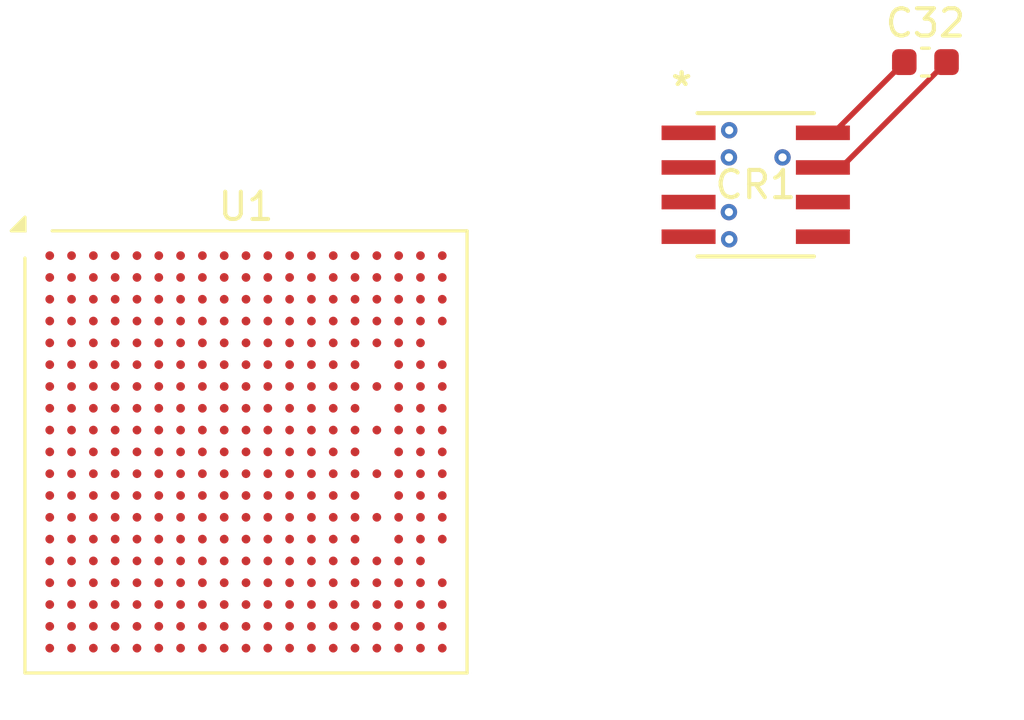
<source format=kicad_pcb>
(kicad_pcb (version 20241229) (generator "pcbnew") (generator_version "9.0")
  (layers (0 "F.Cu" signal) (2 "B.Cu" signal) (13 "F.Paste" user) (15 "B.Paste" user) (5 "F.SilkS" user "F.Silkscreen") (7 "B.SilkS" user "B.Silkscreen") (1 "F.Mask" user) (3 "B.Mask" user) (25 "Edge.Cuts" user))
  (net 0 "")
  (net 1 "+3V3")
  (net 2 "GND")
  (net 3 "/eeprom/I2C.SCL")
  (net 4 "/eeprom/I2C.SDA")
  (net 12 "Net-(U1-VSS-PadA1)")
  (net 38 "Net-(U1-VSS_USBHS-PadU13)")
  (net 79 "Net-(U1-VSSA-PadN4)")
  (footprint "Package_BGA:ST_LFBGA-354_16x16mm_Layout19x19_P0.8mm" (layer "F.Cu") (at 195.8 54.8)
    (property "Reference" "U1" (at 0 -9 0) (layer "F.SilkS"))
    (property "Value" "STM32MP151AABx")
    (fp_line (start -8.11 8.11) (end -8.11 -7.11) (stroke (width 0.12)) (layer "F.SilkS"))
    (fp_line (start -7.11 -8.11) (end 8.11 -8.11) (stroke (width 0.12)) (layer "F.SilkS"))
    (fp_line (start 8.11 -8.11) (end 8.11 8.11) (stroke (width 0.12)) (layer "F.SilkS"))
    (fp_line (start 8.11 8.11) (end -8.11 8.11) (stroke (width 0.12)) (layer "F.SilkS"))
    (fp_poly (pts (xy -8.11 -8.11) (xy -8.61 -8.11) (xy -8.11 -8.61)) (stroke (width 0.12)) (fill yes) (layer "F.SilkS"))
    (pad "A1" smd circle (at -7.2 -7.2) (size 0.32 0.32) (property pad_prop_bga) (layers "F.Cu" "F.Mask" "F.Paste") (net 12 "Net-(U1-VSS-PadA1)"))
    (pad "A2" smd circle (at -6.4 -7.2) (size 0.32 0.32) (property pad_prop_bga) (layers "F.Cu" "F.Mask" "F.Paste"))
    (pad "A3" smd circle (at -5.6 -7.2) (size 0.32 0.32) (property pad_prop_bga) (layers "F.Cu" "F.Mask" "F.Paste"))
    (pad "A4" smd circle (at -4.8 -7.2) (size 0.32 0.32) (property pad_prop_bga) (layers "F.Cu" "F.Mask" "F.Paste"))
    (pad "A5" smd circle (at -4 -7.2) (size 0.32 0.32) (property pad_prop_bga) (layers "F.Cu" "F.Mask" "F.Paste"))
    (pad "A6" smd circle (at -3.2 -7.2) (size 0.32 0.32) (property pad_prop_bga) (layers "F.Cu" "F.Mask" "F.Paste"))
    (pad "A7" smd circle (at -2.4 -7.2) (size 0.32 0.32) (property pad_prop_bga) (layers "F.Cu" "F.Mask" "F.Paste"))
    (pad "A8" smd circle (at -1.6 -7.2) (size 0.32 0.32) (property pad_prop_bga) (layers "F.Cu" "F.Mask" "F.Paste"))
    (pad "A9" smd circle (at -0.8 -7.2) (size 0.32 0.32) (property pad_prop_bga) (layers "F.Cu" "F.Mask" "F.Paste"))
    (pad "A10" smd circle (at 0 -7.2) (size 0.32 0.32) (property pad_prop_bga) (layers "F.Cu" "F.Mask" "F.Paste"))
    (pad "A11" smd circle (at 0.8 -7.2) (size 0.32 0.32) (property pad_prop_bga) (layers "F.Cu" "F.Mask" "F.Paste"))
    (pad "A12" smd circle (at 1.6 -7.2) (size 0.32 0.32) (property pad_prop_bga) (layers "F.Cu" "F.Mask" "F.Paste"))
    (pad "A13" smd circle (at 2.4 -7.2) (size 0.32 0.32) (property pad_prop_bga) (layers "F.Cu" "F.Mask" "F.Paste"))
    (pad "A14" smd circle (at 3.2 -7.2) (size 0.32 0.32) (property pad_prop_bga) (layers "F.Cu" "F.Mask" "F.Paste"))
    (pad "A15" smd circle (at 4 -7.2) (size 0.32 0.32) (property pad_prop_bga) (layers "F.Cu" "F.Mask" "F.Paste"))
    (pad "A16" smd circle (at 4.8 -7.2) (size 0.32 0.32) (property pad_prop_bga) (layers "F.Cu" "F.Mask" "F.Paste"))
    (pad "A17" smd circle (at 5.6 -7.2) (size 0.32 0.32) (property pad_prop_bga) (layers "F.Cu" "F.Mask" "F.Paste"))
    (pad "A18" smd circle (at 6.4 -7.2) (size 0.32 0.32) (property pad_prop_bga) (layers "F.Cu" "F.Mask" "F.Paste"))
    (pad "A19" smd circle (at 7.2 -7.2) (size 0.32 0.32) (property pad_prop_bga) (layers "F.Cu" "F.Mask" "F.Paste") (net 12 "Net-(U1-VSS-PadA1)"))
    (pad "B1" smd circle (at -7.2 -6.4) (size 0.32 0.32) (property pad_prop_bga) (layers "F.Cu" "F.Mask" "F.Paste"))
    (pad "B2" smd circle (at -6.4 -6.4) (size 0.32 0.32) (property pad_prop_bga) (layers "F.Cu" "F.Mask" "F.Paste") (net 12 "Net-(U1-VSS-PadA1)"))
    (pad "B3" smd circle (at -5.6 -6.4) (size 0.32 0.32) (property pad_prop_bga) (layers "F.Cu" "F.Mask" "F.Paste"))
    (pad "B4" smd circle (at -4.8 -6.4) (size 0.32 0.32) (property pad_prop_bga) (layers "F.Cu" "F.Mask" "F.Paste"))
    (pad "B5" smd circle (at -4 -6.4) (size 0.32 0.32) (property pad_prop_bga) (layers "F.Cu" "F.Mask" "F.Paste"))
    (pad "B6" smd circle (at -3.2 -6.4) (size 0.32 0.32) (property pad_prop_bga) (layers "F.Cu" "F.Mask" "F.Paste") (net 12 "Net-(U1-VSS-PadA1)"))
    (pad "B7" smd circle (at -2.4 -6.4) (size 0.32 0.32) (property pad_prop_bga) (layers "F.Cu" "F.Mask" "F.Paste"))
    (pad "B8" smd circle (at -1.6 -6.4) (size 0.32 0.32) (property pad_prop_bga) (layers "F.Cu" "F.Mask" "F.Paste"))
    (pad "B9" smd circle (at -0.8 -6.4) (size 0.32 0.32) (property pad_prop_bga) (layers "F.Cu" "F.Mask" "F.Paste"))
    (pad "B10" smd circle (at 0 -6.4) (size 0.32 0.32) (property pad_prop_bga) (layers "F.Cu" "F.Mask" "F.Paste"))
    (pad "B11" smd circle (at 0.8 -6.4) (size 0.32 0.32) (property pad_prop_bga) (layers "F.Cu" "F.Mask" "F.Paste"))
    (pad "B12" smd circle (at 1.6 -6.4) (size 0.32 0.32) (property pad_prop_bga) (layers "F.Cu" "F.Mask" "F.Paste"))
    (pad "B13" smd circle (at 2.4 -6.4) (size 0.32 0.32) (property pad_prop_bga) (layers "F.Cu" "F.Mask" "F.Paste"))
    (pad "B14" smd circle (at 3.2 -6.4) (size 0.32 0.32) (property pad_prop_bga) (layers "F.Cu" "F.Mask" "F.Paste"))
    (pad "B15" smd circle (at 4 -6.4) (size 0.32 0.32) (property pad_prop_bga) (layers "F.Cu" "F.Mask" "F.Paste"))
    (pad "B16" smd circle (at 4.8 -6.4) (size 0.32 0.32) (property pad_prop_bga) (layers "F.Cu" "F.Mask" "F.Paste"))
    (pad "B17" smd circle (at 5.6 -6.4) (size 0.32 0.32) (property pad_prop_bga) (layers "F.Cu" "F.Mask" "F.Paste"))
    (pad "B18" smd circle (at 6.4 -6.4) (size 0.32 0.32) (property pad_prop_bga) (layers "F.Cu" "F.Mask" "F.Paste"))
    (pad "B19" smd circle (at 7.2 -6.4) (size 0.32 0.32) (property pad_prop_bga) (layers "F.Cu" "F.Mask" "F.Paste"))
    (pad "C1" smd circle (at -7.2 -5.6) (size 0.32 0.32) (property pad_prop_bga) (layers "F.Cu" "F.Mask" "F.Paste"))
    (pad "C2" smd circle (at -6.4 -5.6) (size 0.32 0.32) (property pad_prop_bga) (layers "F.Cu" "F.Mask" "F.Paste"))
    (pad "C3" smd circle (at -5.6 -5.6) (size 0.32 0.32) (property pad_prop_bga) (layers "F.Cu" "F.Mask" "F.Paste") (net 12 "Net-(U1-VSS-PadA1)"))
    (pad "C4" smd circle (at -4.8 -5.6) (size 0.32 0.32) (property pad_prop_bga) (layers "F.Cu" "F.Mask" "F.Paste"))
    (pad "C5" smd circle (at -4 -5.6) (size 0.32 0.32) (property pad_prop_bga) (layers "F.Cu" "F.Mask" "F.Paste"))
    (pad "C6" smd circle (at -3.2 -5.6) (size 0.32 0.32) (property pad_prop_bga) (layers "F.Cu" "F.Mask" "F.Paste"))
    (pad "C7" smd circle (at -2.4 -5.6) (size 0.32 0.32) (property pad_prop_bga) (layers "F.Cu" "F.Mask" "F.Paste"))
    (pad "C8" smd circle (at -1.6 -5.6) (size 0.32 0.32) (property pad_prop_bga) (layers "F.Cu" "F.Mask" "F.Paste"))
    (pad "C9" smd circle (at -0.8 -5.6) (size 0.32 0.32) (property pad_prop_bga) (layers "F.Cu" "F.Mask" "F.Paste"))
    (pad "C10" smd circle (at 0 -5.6) (size 0.32 0.32) (property pad_prop_bga) (layers "F.Cu" "F.Mask" "F.Paste"))
    (pad "C11" smd circle (at 0.8 -5.6) (size 0.32 0.32) (property pad_prop_bga) (layers "F.Cu" "F.Mask" "F.Paste"))
    (pad "C12" smd circle (at 1.6 -5.6) (size 0.32 0.32) (property pad_prop_bga) (layers "F.Cu" "F.Mask" "F.Paste") (net 12 "Net-(U1-VSS-PadA1)"))
    (pad "C13" smd circle (at 2.4 -5.6) (size 0.32 0.32) (property pad_prop_bga) (layers "F.Cu" "F.Mask" "F.Paste") (net 12 "Net-(U1-VSS-PadA1)"))
    (pad "C14" smd circle (at 3.2 -5.6) (size 0.32 0.32) (property pad_prop_bga) (layers "F.Cu" "F.Mask" "F.Paste") (net 12 "Net-(U1-VSS-PadA1)"))
    (pad "C15" smd circle (at 4 -5.6) (size 0.32 0.32) (property pad_prop_bga) (layers "F.Cu" "F.Mask" "F.Paste") (net 12 "Net-(U1-VSS-PadA1)"))
    (pad "C16" smd circle (at 4.8 -5.6) (size 0.32 0.32) (property pad_prop_bga) (layers "F.Cu" "F.Mask" "F.Paste") (net 12 "Net-(U1-VSS-PadA1)"))
    (pad "C17" smd circle (at 5.6 -5.6) (size 0.32 0.32) (property pad_prop_bga) (layers "F.Cu" "F.Mask" "F.Paste") (net 12 "Net-(U1-VSS-PadA1)"))
    (pad "C18" smd circle (at 6.4 -5.6) (size 0.32 0.32) (property pad_prop_bga) (layers "F.Cu" "F.Mask" "F.Paste"))
    (pad "C19" smd circle (at 7.2 -5.6) (size 0.32 0.32) (property pad_prop_bga) (layers "F.Cu" "F.Mask" "F.Paste"))
    (pad "D1" smd circle (at -7.2 -4.8) (size 0.32 0.32) (property pad_prop_bga) (layers "F.Cu" "F.Mask" "F.Paste") (net 12 "Net-(U1-VSS-PadA1)"))
    (pad "D2" smd circle (at -6.4 -4.8) (size 0.32 0.32) (property pad_prop_bga) (layers "F.Cu" "F.Mask" "F.Paste"))
    (pad "D3" smd circle (at -5.6 -4.8) (size 0.32 0.32) (property pad_prop_bga) (layers "F.Cu" "F.Mask" "F.Paste"))
    (pad "D4" smd circle (at -4.8 -4.8) (size 0.32 0.32) (property pad_prop_bga) (layers "F.Cu" "F.Mask" "F.Paste") (net 12 "Net-(U1-VSS-PadA1)"))
    (pad "D5" smd circle (at -4 -4.8) (size 0.32 0.32) (property pad_prop_bga) (layers "F.Cu" "F.Mask" "F.Paste") (net 12 "Net-(U1-VSS-PadA1)"))
    (pad "D6" smd circle (at -3.2 -4.8) (size 0.32 0.32) (property pad_prop_bga) (layers "F.Cu" "F.Mask" "F.Paste"))
    (pad "D7" smd circle (at -2.4 -4.8) (size 0.32 0.32) (property pad_prop_bga) (layers "F.Cu" "F.Mask" "F.Paste"))
    (pad "D8" smd circle (at -1.6 -4.8) (size 0.32 0.32) (property pad_prop_bga) (layers "F.Cu" "F.Mask" "F.Paste") (net 12 "Net-(U1-VSS-PadA1)"))
    (pad "D9" smd circle (at -0.8 -4.8) (size 0.32 0.32) (property pad_prop_bga) (layers "F.Cu" "F.Mask" "F.Paste"))
    (pad "D10" smd circle (at 0 -4.8) (size 0.32 0.32) (property pad_prop_bga) (layers "F.Cu" "F.Mask" "F.Paste"))
    (pad "D11" smd circle (at 0.8 -4.8) (size 0.32 0.32) (property pad_prop_bga) (layers "F.Cu" "F.Mask" "F.Paste"))
    (pad "D12" smd circle (at 1.6 -4.8) (size 0.32 0.32) (property pad_prop_bga) (layers "F.Cu" "F.Mask" "F.Paste"))
    (pad "D13" smd circle (at 2.4 -4.8) (size 0.32 0.32) (property pad_prop_bga) (layers "F.Cu" "F.Mask" "F.Paste"))
    (pad "D14" smd circle (at 3.2 -4.8) (size 0.32 0.32) (property pad_prop_bga) (layers "F.Cu" "F.Mask" "F.Paste"))
    (pad "D15" smd circle (at 4 -4.8) (size 0.32 0.32) (property pad_prop_bga) (layers "F.Cu" "F.Mask" "F.Paste"))
    (pad "D16" smd circle (at 4.8 -4.8) (size 0.32 0.32) (property pad_prop_bga) (layers "F.Cu" "F.Mask" "F.Paste"))
    (pad "D17" smd circle (at 5.6 -4.8) (size 0.32 0.32) (property pad_prop_bga) (layers "F.Cu" "F.Mask" "F.Paste"))
    (pad "D18" smd circle (at 6.4 -4.8) (size 0.32 0.32) (property pad_prop_bga) (layers "F.Cu" "F.Mask" "F.Paste"))
    (pad "D19" smd circle (at 7.2 -4.8) (size 0.32 0.32) (property pad_prop_bga) (layers "F.Cu" "F.Mask" "F.Paste"))
    (pad "E1" smd circle (at -7.2 -4) (size 0.32 0.32) (property pad_prop_bga) (layers "F.Cu" "F.Mask" "F.Paste"))
    (pad "E2" smd circle (at -6.4 -4) (size 0.32 0.32) (property pad_prop_bga) (layers "F.Cu" "F.Mask" "F.Paste") (net 12 "Net-(U1-VSS-PadA1)"))
    (pad "E3" smd circle (at -5.6 -4) (size 0.32 0.32) (property pad_prop_bga) (layers "F.Cu" "F.Mask" "F.Paste"))
    (pad "E4" smd circle (at -4.8 -4) (size 0.32 0.32) (property pad_prop_bga) (layers "F.Cu" "F.Mask" "F.Paste") (net 12 "Net-(U1-VSS-PadA1)"))
    (pad "E5" smd circle (at -4 -4) (size 0.32 0.32) (property pad_prop_bga) (layers "F.Cu" "F.Mask" "F.Paste") (net 12 "Net-(U1-VSS-PadA1)"))
    (pad "E6" smd circle (at -3.2 -4) (size 0.32 0.32) (property pad_prop_bga) (layers "F.Cu" "F.Mask" "F.Paste") (net 12 "Net-(U1-VSS-PadA1)"))
    (pad "E7" smd circle (at -2.4 -4) (size 0.32 0.32) (property pad_prop_bga) (layers "F.Cu" "F.Mask" "F.Paste"))
    (pad "E8" smd circle (at -1.6 -4) (size 0.32 0.32) (property pad_prop_bga) (layers "F.Cu" "F.Mask" "F.Paste") (net 12 "Net-(U1-VSS-PadA1)"))
    (pad "E9" smd circle (at -0.8 -4) (size 0.32 0.32) (property pad_prop_bga) (layers "F.Cu" "F.Mask" "F.Paste"))
    (pad "E10" smd circle (at 0 -4) (size 0.32 0.32) (property pad_prop_bga) (layers "F.Cu" "F.Mask" "F.Paste") (net 12 "Net-(U1-VSS-PadA1)"))
    (pad "E11" smd circle (at 0.8 -4) (size 0.32 0.32) (property pad_prop_bga) (layers "F.Cu" "F.Mask" "F.Paste"))
    (pad "E12" smd circle (at 1.6 -4) (size 0.32 0.32) (property pad_prop_bga) (layers "F.Cu" "F.Mask" "F.Paste") (net 12 "Net-(U1-VSS-PadA1)"))
    (pad "E13" smd circle (at 2.4 -4) (size 0.32 0.32) (property pad_prop_bga) (layers "F.Cu" "F.Mask" "F.Paste"))
    (pad "E14" smd circle (at 3.2 -4) (size 0.32 0.32) (property pad_prop_bga) (layers "F.Cu" "F.Mask" "F.Paste") (net 12 "Net-(U1-VSS-PadA1)"))
    (pad "E15" smd circle (at 4 -4) (size 0.32 0.32) (property pad_prop_bga) (layers "F.Cu" "F.Mask" "F.Paste"))
    (pad "E16" smd circle (at 4.8 -4) (size 0.32 0.32) (property pad_prop_bga) (layers "F.Cu" "F.Mask" "F.Paste") (net 12 "Net-(U1-VSS-PadA1)"))
    (pad "E17" smd circle (at 5.6 -4) (size 0.32 0.32) (property pad_prop_bga) (layers "F.Cu" "F.Mask" "F.Paste"))
    (pad "E18" smd circle (at 6.4 -4) (size 0.32 0.32) (property pad_prop_bga) (layers "F.Cu" "F.Mask" "F.Paste"))
    (pad "F1" smd circle (at -7.2 -3.2) (size 0.32 0.32) (property pad_prop_bga) (layers "F.Cu" "F.Mask" "F.Paste"))
    (pad "F2" smd circle (at -6.4 -3.2) (size 0.32 0.32) (property pad_prop_bga) (layers "F.Cu" "F.Mask" "F.Paste"))
    (pad "F3" smd circle (at -5.6 -3.2) (size 0.32 0.32) (property pad_prop_bga) (layers "F.Cu" "F.Mask" "F.Paste"))
    (pad "F4" smd circle (at -4.8 -3.2) (size 0.32 0.32) (property pad_prop_bga) (layers "F.Cu" "F.Mask" "F.Paste"))
    (pad "F5" smd circle (at -4 -3.2) (size 0.32 0.32) (property pad_prop_bga) (layers "F.Cu" "F.Mask" "F.Paste") (net 12 "Net-(U1-VSS-PadA1)"))
    (pad "F6" smd circle (at -3.2 -3.2) (size 0.32 0.32) (property pad_prop_bga) (layers "F.Cu" "F.Mask" "F.Paste"))
    (pad "F7" smd circle (at -2.4 -3.2) (size 0.32 0.32) (property pad_prop_bga) (layers "F.Cu" "F.Mask" "F.Paste") (net 12 "Net-(U1-VSS-PadA1)"))
    (pad "F8" smd circle (at -1.6 -3.2) (size 0.32 0.32) (property pad_prop_bga) (layers "F.Cu" "F.Mask" "F.Paste"))
    (pad "F9" smd circle (at -0.8 -3.2) (size 0.32 0.32) (property pad_prop_bga) (layers "F.Cu" "F.Mask" "F.Paste") (net 12 "Net-(U1-VSS-PadA1)"))
    (pad "F10" smd circle (at 0 -3.2) (size 0.32 0.32) (property pad_prop_bga) (layers "F.Cu" "F.Mask" "F.Paste"))
    (pad "F11" smd circle (at 0.8 -3.2) (size 0.32 0.32) (property pad_prop_bga) (layers "F.Cu" "F.Mask" "F.Paste") (net 12 "Net-(U1-VSS-PadA1)"))
    (pad "F12" smd circle (at 1.6 -3.2) (size 0.32 0.32) (property pad_prop_bga) (layers "F.Cu" "F.Mask" "F.Paste"))
    (pad "F13" smd circle (at 2.4 -3.2) (size 0.32 0.32) (property pad_prop_bga) (layers "F.Cu" "F.Mask" "F.Paste"))
    (pad "F14" smd circle (at 3.2 -3.2) (size 0.32 0.32) (property pad_prop_bga) (layers "F.Cu" "F.Mask" "F.Paste"))
    (pad "F15" smd circle (at 4 -3.2) (size 0.32 0.32) (property pad_prop_bga) (layers "F.Cu" "F.Mask" "F.Paste") (net 12 "Net-(U1-VSS-PadA1)"))
    (pad "F17" smd circle (at 5.6 -3.2) (size 0.32 0.32) (property pad_prop_bga) (layers "F.Cu" "F.Mask" "F.Paste"))
    (pad "F18" smd circle (at 6.4 -3.2) (size 0.32 0.32) (property pad_prop_bga) (layers "F.Cu" "F.Mask" "F.Paste"))
    (pad "F19" smd circle (at 7.2 -3.2) (size 0.32 0.32) (property pad_prop_bga) (layers "F.Cu" "F.Mask" "F.Paste"))
    (pad "G1" smd circle (at -7.2 -2.4) (size 0.32 0.32) (property pad_prop_bga) (layers "F.Cu" "F.Mask" "F.Paste"))
    (pad "G2" smd circle (at -6.4 -2.4) (size 0.32 0.32) (property pad_prop_bga) (layers "F.Cu" "F.Mask" "F.Paste") (net 12 "Net-(U1-VSS-PadA1)"))
    (pad "G3" smd circle (at -5.6 -2.4) (size 0.32 0.32) (property pad_prop_bga) (layers "F.Cu" "F.Mask" "F.Paste"))
    (pad "G4" smd circle (at -4.8 -2.4) (size 0.32 0.32) (property pad_prop_bga) (layers "F.Cu" "F.Mask" "F.Paste") (net 12 "Net-(U1-VSS-PadA1)"))
    (pad "G5" smd circle (at -4 -2.4) (size 0.32 0.32) (property pad_prop_bga) (layers "F.Cu" "F.Mask" "F.Paste"))
    (pad "G6" smd circle (at -3.2 -2.4) (size 0.32 0.32) (property pad_prop_bga) (layers "F.Cu" "F.Mask" "F.Paste") (net 12 "Net-(U1-VSS-PadA1)"))
    (pad "G7" smd circle (at -2.4 -2.4) (size 0.32 0.32) (property pad_prop_bga) (layers "F.Cu" "F.Mask" "F.Paste"))
    (pad "G8" smd circle (at -1.6 -2.4) (size 0.32 0.32) (property pad_prop_bga) (layers "F.Cu" "F.Mask" "F.Paste") (net 12 "Net-(U1-VSS-PadA1)"))
    (pad "G9" smd circle (at -0.8 -2.4) (size 0.32 0.32) (property pad_prop_bga) (layers "F.Cu" "F.Mask" "F.Paste"))
    (pad "G10" smd circle (at 0 -2.4) (size 0.32 0.32) (property pad_prop_bga) (layers "F.Cu" "F.Mask" "F.Paste") (net 12 "Net-(U1-VSS-PadA1)"))
    (pad "G11" smd circle (at 0.8 -2.4) (size 0.32 0.32) (property pad_prop_bga) (layers "F.Cu" "F.Mask" "F.Paste"))
    (pad "G12" smd circle (at 1.6 -2.4) (size 0.32 0.32) (property pad_prop_bga) (layers "F.Cu" "F.Mask" "F.Paste") (net 12 "Net-(U1-VSS-PadA1)"))
    (pad "G13" smd circle (at 2.4 -2.4) (size 0.32 0.32) (property pad_prop_bga) (layers "F.Cu" "F.Mask" "F.Paste"))
    (pad "G14" smd circle (at 3.2 -2.4) (size 0.32 0.32) (property pad_prop_bga) (layers "F.Cu" "F.Mask" "F.Paste") (net 12 "Net-(U1-VSS-PadA1)"))
    (pad "G15" smd circle (at 4 -2.4) (size 0.32 0.32) (property pad_prop_bga) (layers "F.Cu" "F.Mask" "F.Paste"))
    (pad "G16" smd circle (at 4.8 -2.4) (size 0.32 0.32) (property pad_prop_bga) (layers "F.Cu" "F.Mask" "F.Paste"))
    (pad "G17" smd circle (at 5.6 -2.4) (size 0.32 0.32) (property pad_prop_bga) (layers "F.Cu" "F.Mask" "F.Paste"))
    (pad "G18" smd circle (at 6.4 -2.4) (size 0.32 0.32) (property pad_prop_bga) (layers "F.Cu" "F.Mask" "F.Paste"))
    (pad "G19" smd circle (at 7.2 -2.4) (size 0.32 0.32) (property pad_prop_bga) (layers "F.Cu" "F.Mask" "F.Paste"))
    (pad "H1" smd circle (at -7.2 -1.6) (size 0.32 0.32) (property pad_prop_bga) (layers "F.Cu" "F.Mask" "F.Paste"))
    (pad "H2" smd circle (at -6.4 -1.6) (size 0.32 0.32) (property pad_prop_bga) (layers "F.Cu" "F.Mask" "F.Paste"))
    (pad "H3" smd circle (at -5.6 -1.6) (size 0.32 0.32) (property pad_prop_bga) (layers "F.Cu" "F.Mask" "F.Paste"))
    (pad "H4" smd circle (at -4.8 -1.6) (size 0.32 0.32) (property pad_prop_bga) (layers "F.Cu" "F.Mask" "F.Paste"))
    (pad "H5" smd circle (at -4 -1.6) (size 0.32 0.32) (property pad_prop_bga) (layers "F.Cu" "F.Mask" "F.Paste") (net 12 "Net-(U1-VSS-PadA1)"))
    (pad "H6" smd circle (at -3.2 -1.6) (size 0.32 0.32) (property pad_prop_bga) (layers "F.Cu" "F.Mask" "F.Paste"))
    (pad "H7" smd circle (at -2.4 -1.6) (size 0.32 0.32) (property pad_prop_bga) (layers "F.Cu" "F.Mask" "F.Paste") (net 12 "Net-(U1-VSS-PadA1)"))
    (pad "H8" smd circle (at -1.6 -1.6) (size 0.32 0.32) (property pad_prop_bga) (layers "F.Cu" "F.Mask" "F.Paste"))
    (pad "H9" smd circle (at -0.8 -1.6) (size 0.32 0.32) (property pad_prop_bga) (layers "F.Cu" "F.Mask" "F.Paste") (net 12 "Net-(U1-VSS-PadA1)"))
    (pad "H10" smd circle (at 0 -1.6) (size 0.32 0.32) (property pad_prop_bga) (layers "F.Cu" "F.Mask" "F.Paste"))
    (pad "H11" smd circle (at 0.8 -1.6) (size 0.32 0.32) (property pad_prop_bga) (layers "F.Cu" "F.Mask" "F.Paste") (net 12 "Net-(U1-VSS-PadA1)"))
    (pad "H12" smd circle (at 1.6 -1.6) (size 0.32 0.32) (property pad_prop_bga) (layers "F.Cu" "F.Mask" "F.Paste"))
    (pad "H13" smd circle (at 2.4 -1.6) (size 0.32 0.32) (property pad_prop_bga) (layers "F.Cu" "F.Mask" "F.Paste") (net 12 "Net-(U1-VSS-PadA1)"))
    (pad "H14" smd circle (at 3.2 -1.6) (size 0.32 0.32) (property pad_prop_bga) (layers "F.Cu" "F.Mask" "F.Paste"))
    (pad "H15" smd circle (at 4 -1.6) (size 0.32 0.32) (property pad_prop_bga) (layers "F.Cu" "F.Mask" "F.Paste") (net 12 "Net-(U1-VSS-PadA1)"))
    (pad "H17" smd circle (at 5.6 -1.6) (size 0.32 0.32) (property pad_prop_bga) (layers "F.Cu" "F.Mask" "F.Paste"))
    (pad "H18" smd circle (at 6.4 -1.6) (size 0.32 0.32) (property pad_prop_bga) (layers "F.Cu" "F.Mask" "F.Paste"))
    (pad "H19" smd circle (at 7.2 -1.6) (size 0.32 0.32) (property pad_prop_bga) (layers "F.Cu" "F.Mask" "F.Paste"))
    (pad "J1" smd circle (at -7.2 -0.8) (size 0.32 0.32) (property pad_prop_bga) (layers "F.Cu" "F.Mask" "F.Paste"))
    (pad "J2" smd circle (at -6.4 -0.8) (size 0.32 0.32) (property pad_prop_bga) (layers "F.Cu" "F.Mask" "F.Paste"))
    (pad "J3" smd circle (at -5.6 -0.8) (size 0.32 0.32) (property pad_prop_bga) (layers "F.Cu" "F.Mask" "F.Paste") (net 12 "Net-(U1-VSS-PadA1)"))
    (pad "J4" smd circle (at -4.8 -0.8) (size 0.32 0.32) (property pad_prop_bga) (layers "F.Cu" "F.Mask" "F.Paste"))
    (pad "J5" smd circle (at -4 -0.8) (size 0.32 0.32) (property pad_prop_bga) (layers "F.Cu" "F.Mask" "F.Paste"))
    (pad "J6" smd circle (at -3.2 -0.8) (size 0.32 0.32) (property pad_prop_bga) (layers "F.Cu" "F.Mask" "F.Paste") (net 12 "Net-(U1-VSS-PadA1)"))
    (pad "J7" smd circle (at -2.4 -0.8) (size 0.32 0.32) (property pad_prop_bga) (layers "F.Cu" "F.Mask" "F.Paste"))
    (pad "J8" smd circle (at -1.6 -0.8) (size 0.32 0.32) (property pad_prop_bga) (layers "F.Cu" "F.Mask" "F.Paste") (net 12 "Net-(U1-VSS-PadA1)"))
    (pad "J9" smd circle (at -0.8 -0.8) (size 0.32 0.32) (property pad_prop_bga) (layers "F.Cu" "F.Mask" "F.Paste"))
    (pad "J10" smd circle (at 0 -0.8) (size 0.32 0.32) (property pad_prop_bga) (layers "F.Cu" "F.Mask" "F.Paste") (net 12 "Net-(U1-VSS-PadA1)"))
    (pad "J11" smd circle (at 0.8 -0.8) (size 0.32 0.32) (property pad_prop_bga) (layers "F.Cu" "F.Mask" "F.Paste"))
    (pad "J12" smd circle (at 1.6 -0.8) (size 0.32 0.32) (property pad_prop_bga) (layers "F.Cu" "F.Mask" "F.Paste") (net 12 "Net-(U1-VSS-PadA1)"))
    (pad "J13" smd circle (at 2.4 -0.8) (size 0.32 0.32) (property pad_prop_bga) (layers "F.Cu" "F.Mask" "F.Paste"))
    (pad "J14" smd circle (at 3.2 -0.8) (size 0.32 0.32) (property pad_prop_bga) (layers "F.Cu" "F.Mask" "F.Paste") (net 12 "Net-(U1-VSS-PadA1)"))
    (pad "J15" smd circle (at 4 -0.8) (size 0.32 0.32) (property pad_prop_bga) (layers "F.Cu" "F.Mask" "F.Paste"))
    (pad "J16" smd circle (at 4.8 -0.8) (size 0.32 0.32) (property pad_prop_bga) (layers "F.Cu" "F.Mask" "F.Paste"))
    (pad "J17" smd circle (at 5.6 -0.8) (size 0.32 0.32) (property pad_prop_bga) (layers "F.Cu" "F.Mask" "F.Paste"))
    (pad "J18" smd circle (at 6.4 -0.8) (size 0.32 0.32) (property pad_prop_bga) (layers "F.Cu" "F.Mask" "F.Paste"))
    (pad "J19" smd circle (at 7.2 -0.8) (size 0.32 0.32) (property pad_prop_bga) (layers "F.Cu" "F.Mask" "F.Paste"))
    (pad "K1" smd circle (at -7.2 0) (size 0.32 0.32) (property pad_prop_bga) (layers "F.Cu" "F.Mask" "F.Paste"))
    (pad "K2" smd circle (at -6.4 0) (size 0.32 0.32) (property pad_prop_bga) (layers "F.Cu" "F.Mask" "F.Paste") (net 12 "Net-(U1-VSS-PadA1)"))
    (pad "K3" smd circle (at -5.6 0) (size 0.32 0.32) (property pad_prop_bga) (layers "F.Cu" "F.Mask" "F.Paste"))
    (pad "K4" smd circle (at -4.8 0) (size 0.32 0.32) (property pad_prop_bga) (layers "F.Cu" "F.Mask" "F.Paste"))
    (pad "K5" smd circle (at -4 0) (size 0.32 0.32) (property pad_prop_bga) (layers "F.Cu" "F.Mask" "F.Paste") (net 12 "Net-(U1-VSS-PadA1)"))
    (pad "K6" smd circle (at -3.2 0) (size 0.32 0.32) (property pad_prop_bga) (layers "F.Cu" "F.Mask" "F.Paste"))
    (pad "K7" smd circle (at -2.4 0) (size 0.32 0.32) (property pad_prop_bga) (layers "F.Cu" "F.Mask" "F.Paste") (net 12 "Net-(U1-VSS-PadA1)"))
    (pad "K8" smd circle (at -1.6 0) (size 0.32 0.32) (property pad_prop_bga) (layers "F.Cu" "F.Mask" "F.Paste"))
    (pad "K9" smd circle (at -0.8 0) (size 0.32 0.32) (property pad_prop_bga) (layers "F.Cu" "F.Mask" "F.Paste") (net 12 "Net-(U1-VSS-PadA1)"))
    (pad "K10" smd circle (at 0 0) (size 0.32 0.32) (property pad_prop_bga) (layers "F.Cu" "F.Mask" "F.Paste"))
    (pad "K11" smd circle (at 0.8 0) (size 0.32 0.32) (property pad_prop_bga) (layers "F.Cu" "F.Mask" "F.Paste") (net 12 "Net-(U1-VSS-PadA1)"))
    (pad "K12" smd circle (at 1.6 0) (size 0.32 0.32) (property pad_prop_bga) (layers "F.Cu" "F.Mask" "F.Paste"))
    (pad "K13" smd circle (at 2.4 0) (size 0.32 0.32) (property pad_prop_bga) (layers "F.Cu" "F.Mask" "F.Paste") (net 12 "Net-(U1-VSS-PadA1)"))
    (pad "K14" smd circle (at 3.2 0) (size 0.32 0.32) (property pad_prop_bga) (layers "F.Cu" "F.Mask" "F.Paste"))
    (pad "K15" smd circle (at 4 0) (size 0.32 0.32) (property pad_prop_bga) (layers "F.Cu" "F.Mask" "F.Paste") (net 12 "Net-(U1-VSS-PadA1)"))
    (pad "K17" smd circle (at 5.6 0) (size 0.32 0.32) (property pad_prop_bga) (layers "F.Cu" "F.Mask" "F.Paste"))
    (pad "K18" smd circle (at 6.4 0) (size 0.32 0.32) (property pad_prop_bga) (layers "F.Cu" "F.Mask" "F.Paste"))
    (pad "K19" smd circle (at 7.2 0) (size 0.32 0.32) (property pad_prop_bga) (layers "F.Cu" "F.Mask" "F.Paste"))
    (pad "L1" smd circle (at -7.2 0.8) (size 0.32 0.32) (property pad_prop_bga) (layers "F.Cu" "F.Mask" "F.Paste"))
    (pad "L2" smd circle (at -6.4 0.8) (size 0.32 0.32) (property pad_prop_bga) (layers "F.Cu" "F.Mask" "F.Paste"))
    (pad "L3" smd circle (at -5.6 0.8) (size 0.32 0.32) (property pad_prop_bga) (layers "F.Cu" "F.Mask" "F.Paste"))
    (pad "L4" smd circle (at -4.8 0.8) (size 0.32 0.32) (property pad_prop_bga) (layers "F.Cu" "F.Mask" "F.Paste"))
    (pad "L5" smd circle (at -4 0.8) (size 0.32 0.32) (property pad_prop_bga) (layers "F.Cu" "F.Mask" "F.Paste"))
    (pad "L6" smd circle (at -3.2 0.8) (size 0.32 0.32) (property pad_prop_bga) (layers "F.Cu" "F.Mask" "F.Paste") (net 12 "Net-(U1-VSS-PadA1)"))
    (pad "L7" smd circle (at -2.4 0.8) (size 0.32 0.32) (property pad_prop_bga) (layers "F.Cu" "F.Mask" "F.Paste"))
    (pad "L8" smd circle (at -1.6 0.8) (size 0.32 0.32) (property pad_prop_bga) (layers "F.Cu" "F.Mask" "F.Paste") (net 12 "Net-(U1-VSS-PadA1)"))
    (pad "L9" smd circle (at -0.8 0.8) (size 0.32 0.32) (property pad_prop_bga) (layers "F.Cu" "F.Mask" "F.Paste"))
    (pad "L10" smd circle (at 0 0.8) (size 0.32 0.32) (property pad_prop_bga) (layers "F.Cu" "F.Mask" "F.Paste") (net 12 "Net-(U1-VSS-PadA1)"))
    (pad "L11" smd circle (at 0.8 0.8) (size 0.32 0.32) (property pad_prop_bga) (layers "F.Cu" "F.Mask" "F.Paste"))
    (pad "L12" smd circle (at 1.6 0.8) (size 0.32 0.32) (property pad_prop_bga) (layers "F.Cu" "F.Mask" "F.Paste") (net 12 "Net-(U1-VSS-PadA1)"))
    (pad "L13" smd circle (at 2.4 0.8) (size 0.32 0.32) (property pad_prop_bga) (layers "F.Cu" "F.Mask" "F.Paste"))
    (pad "L14" smd circle (at 3.2 0.8) (size 0.32 0.32) (property pad_prop_bga) (layers "F.Cu" "F.Mask" "F.Paste") (net 12 "Net-(U1-VSS-PadA1)"))
    (pad "L15" smd circle (at 4 0.8) (size 0.32 0.32) (property pad_prop_bga) (layers "F.Cu" "F.Mask" "F.Paste"))
    (pad "L16" smd circle (at 4.8 0.8) (size 0.32 0.32) (property pad_prop_bga) (layers "F.Cu" "F.Mask" "F.Paste"))
    (pad "L17" smd circle (at 5.6 0.8) (size 0.32 0.32) (property pad_prop_bga) (layers "F.Cu" "F.Mask" "F.Paste"))
    (pad "L18" smd circle (at 6.4 0.8) (size 0.32 0.32) (property pad_prop_bga) (layers "F.Cu" "F.Mask" "F.Paste"))
    (pad "L19" smd circle (at 7.2 0.8) (size 0.32 0.32) (property pad_prop_bga) (layers "F.Cu" "F.Mask" "F.Paste"))
    (pad "M1" smd circle (at -7.2 1.6) (size 0.32 0.32) (property pad_prop_bga) (layers "F.Cu" "F.Mask" "F.Paste"))
    (pad "M2" smd circle (at -6.4 1.6) (size 0.32 0.32) (property pad_prop_bga) (layers "F.Cu" "F.Mask" "F.Paste"))
    (pad "M3" smd circle (at -5.6 1.6) (size 0.32 0.32) (property pad_prop_bga) (layers "F.Cu" "F.Mask" "F.Paste"))
    (pad "M4" smd circle (at -4.8 1.6) (size 0.32 0.32) (property pad_prop_bga) (layers "F.Cu" "F.Mask" "F.Paste"))
    (pad "M5" smd circle (at -4 1.6) (size 0.32 0.32) (property pad_prop_bga) (layers "F.Cu" "F.Mask" "F.Paste") (net 12 "Net-(U1-VSS-PadA1)"))
    (pad "M6" smd circle (at -3.2 1.6) (size 0.32 0.32) (property pad_prop_bga) (layers "F.Cu" "F.Mask" "F.Paste"))
    (pad "M7" smd circle (at -2.4 1.6) (size 0.32 0.32) (property pad_prop_bga) (layers "F.Cu" "F.Mask" "F.Paste") (net 12 "Net-(U1-VSS-PadA1)"))
    (pad "M8" smd circle (at -1.6 1.6) (size 0.32 0.32) (property pad_prop_bga) (layers "F.Cu" "F.Mask" "F.Paste"))
    (pad "M9" smd circle (at -0.8 1.6) (size 0.32 0.32) (property pad_prop_bga) (layers "F.Cu" "F.Mask" "F.Paste") (net 12 "Net-(U1-VSS-PadA1)"))
    (pad "M10" smd circle (at 0 1.6) (size 0.32 0.32) (property pad_prop_bga) (layers "F.Cu" "F.Mask" "F.Paste"))
    (pad "M11" smd circle (at 0.8 1.6) (size 0.32 0.32) (property pad_prop_bga) (layers "F.Cu" "F.Mask" "F.Paste") (net 12 "Net-(U1-VSS-PadA1)"))
    (pad "M12" smd circle (at 1.6 1.6) (size 0.32 0.32) (property pad_prop_bga) (layers "F.Cu" "F.Mask" "F.Paste"))
    (pad "M13" smd circle (at 2.4 1.6) (size 0.32 0.32) (property pad_prop_bga) (layers "F.Cu" "F.Mask" "F.Paste") (net 12 "Net-(U1-VSS-PadA1)"))
    (pad "M14" smd circle (at 3.2 1.6) (size 0.32 0.32) (property pad_prop_bga) (layers "F.Cu" "F.Mask" "F.Paste"))
    (pad "M15" smd circle (at 4 1.6) (size 0.32 0.32) (property pad_prop_bga) (layers "F.Cu" "F.Mask" "F.Paste") (net 12 "Net-(U1-VSS-PadA1)"))
    (pad "M17" smd circle (at 5.6 1.6) (size 0.32 0.32) (property pad_prop_bga) (layers "F.Cu" "F.Mask" "F.Paste"))
    (pad "M18" smd circle (at 6.4 1.6) (size 0.32 0.32) (property pad_prop_bga) (layers "F.Cu" "F.Mask" "F.Paste"))
    (pad "M19" smd circle (at 7.2 1.6) (size 0.32 0.32) (property pad_prop_bga) (layers "F.Cu" "F.Mask" "F.Paste"))
    (pad "N1" smd circle (at -7.2 2.4) (size 0.32 0.32) (property pad_prop_bga) (layers "F.Cu" "F.Mask" "F.Paste"))
    (pad "N2" smd circle (at -6.4 2.4) (size 0.32 0.32) (property pad_prop_bga) (layers "F.Cu" "F.Mask" "F.Paste"))
    (pad "N3" smd circle (at -5.6 2.4) (size 0.32 0.32) (property pad_prop_bga) (layers "F.Cu" "F.Mask" "F.Paste"))
    (pad "N4" smd circle (at -4.8 2.4) (size 0.32 0.32) (property pad_prop_bga) (layers "F.Cu" "F.Mask" "F.Paste") (net 79 "Net-(U1-VSSA-PadN4)"))
    (pad "N5" smd circle (at -4 2.4) (size 0.32 0.32) (property pad_prop_bga) (layers "F.Cu" "F.Mask" "F.Paste"))
    (pad "N6" smd circle (at -3.2 2.4) (size 0.32 0.32) (property pad_prop_bga) (layers "F.Cu" "F.Mask" "F.Paste") (net 12 "Net-(U1-VSS-PadA1)"))
    (pad "N7" smd circle (at -2.4 2.4) (size 0.32 0.32) (property pad_prop_bga) (layers "F.Cu" "F.Mask" "F.Paste"))
    (pad "N8" smd circle (at -1.6 2.4) (size 0.32 0.32) (property pad_prop_bga) (layers "F.Cu" "F.Mask" "F.Paste") (net 12 "Net-(U1-VSS-PadA1)"))
    (pad "N9" smd circle (at -0.8 2.4) (size 0.32 0.32) (property pad_prop_bga) (layers "F.Cu" "F.Mask" "F.Paste"))
    (pad "N10" smd circle (at 0 2.4) (size 0.32 0.32) (property pad_prop_bga) (layers "F.Cu" "F.Mask" "F.Paste") (net 12 "Net-(U1-VSS-PadA1)"))
    (pad "N11" smd circle (at 0.8 2.4) (size 0.32 0.32) (property pad_prop_bga) (layers "F.Cu" "F.Mask" "F.Paste"))
    (pad "N12" smd circle (at 1.6 2.4) (size 0.32 0.32) (property pad_prop_bga) (layers "F.Cu" "F.Mask" "F.Paste") (net 12 "Net-(U1-VSS-PadA1)"))
    (pad "N13" smd circle (at 2.4 2.4) (size 0.32 0.32) (property pad_prop_bga) (layers "F.Cu" "F.Mask" "F.Paste"))
    (pad "N14" smd circle (at 3.2 2.4) (size 0.32 0.32) (property pad_prop_bga) (layers "F.Cu" "F.Mask" "F.Paste") (net 12 "Net-(U1-VSS-PadA1)"))
    (pad "N15" smd circle (at 4 2.4) (size 0.32 0.32) (property pad_prop_bga) (layers "F.Cu" "F.Mask" "F.Paste"))
    (pad "N16" smd circle (at 4.8 2.4) (size 0.32 0.32) (property pad_prop_bga) (layers "F.Cu" "F.Mask" "F.Paste"))
    (pad "N17" smd circle (at 5.6 2.4) (size 0.32 0.32) (property pad_prop_bga) (layers "F.Cu" "F.Mask" "F.Paste"))
    (pad "N18" smd circle (at 6.4 2.4) (size 0.32 0.32) (property pad_prop_bga) (layers "F.Cu" "F.Mask" "F.Paste"))
    (pad "N19" smd circle (at 7.2 2.4) (size 0.32 0.32) (property pad_prop_bga) (layers "F.Cu" "F.Mask" "F.Paste"))
    (pad "P1" smd circle (at -7.2 3.2) (size 0.32 0.32) (property pad_prop_bga) (layers "F.Cu" "F.Mask" "F.Paste"))
    (pad "P2" smd circle (at -6.4 3.2) (size 0.32 0.32) (property pad_prop_bga) (layers "F.Cu" "F.Mask" "F.Paste"))
    (pad "P3" smd circle (at -5.6 3.2) (size 0.32 0.32) (property pad_prop_bga) (layers "F.Cu" "F.Mask" "F.Paste"))
    (pad "P4" smd circle (at -4.8 3.2) (size 0.32 0.32) (property pad_prop_bga) (layers "F.Cu" "F.Mask" "F.Paste"))
    (pad "P5" smd circle (at -4 3.2) (size 0.32 0.32) (property pad_prop_bga) (layers "F.Cu" "F.Mask" "F.Paste") (net 79 "Net-(U1-VSSA-PadN4)"))
    (pad "P6" smd circle (at -3.2 3.2) (size 0.32 0.32) (property pad_prop_bga) (layers "F.Cu" "F.Mask" "F.Paste"))
    (pad "P7" smd circle (at -2.4 3.2) (size 0.32 0.32) (property pad_prop_bga) (layers "F.Cu" "F.Mask" "F.Paste") (net 12 "Net-(U1-VSS-PadA1)"))
    (pad "P8" smd circle (at -1.6 3.2) (size 0.32 0.32) (property pad_prop_bga) (layers "F.Cu" "F.Mask" "F.Paste"))
    (pad "P9" smd circle (at -0.8 3.2) (size 0.32 0.32) (property pad_prop_bga) (layers "F.Cu" "F.Mask" "F.Paste") (net 12 "Net-(U1-VSS-PadA1)"))
    (pad "P10" smd circle (at 0 3.2) (size 0.32 0.32) (property pad_prop_bga) (layers "F.Cu" "F.Mask" "F.Paste"))
    (pad "P11" smd circle (at 0.8 3.2) (size 0.32 0.32) (property pad_prop_bga) (layers "F.Cu" "F.Mask" "F.Paste") (net 12 "Net-(U1-VSS-PadA1)"))
    (pad "P12" smd circle (at 1.6 3.2) (size 0.32 0.32) (property pad_prop_bga) (layers "F.Cu" "F.Mask" "F.Paste"))
    (pad "P13" smd circle (at 2.4 3.2) (size 0.32 0.32) (property pad_prop_bga) (layers "F.Cu" "F.Mask" "F.Paste") (net 12 "Net-(U1-VSS-PadA1)"))
    (pad "P14" smd circle (at 3.2 3.2) (size 0.32 0.32) (property pad_prop_bga) (layers "F.Cu" "F.Mask" "F.Paste"))
    (pad "P15" smd circle (at 4 3.2) (size 0.32 0.32) (property pad_prop_bga) (layers "F.Cu" "F.Mask" "F.Paste") (net 12 "Net-(U1-VSS-PadA1)"))
    (pad "P17" smd circle (at 5.6 3.2) (size 0.32 0.32) (property pad_prop_bga) (layers "F.Cu" "F.Mask" "F.Paste"))
    (pad "P18" smd circle (at 6.4 3.2) (size 0.32 0.32) (property pad_prop_bga) (layers "F.Cu" "F.Mask" "F.Paste"))
    (pad "P19" smd circle (at 7.2 3.2) (size 0.32 0.32) (property pad_prop_bga) (layers "F.Cu" "F.Mask" "F.Paste"))
    (pad "R1" smd circle (at -7.2 4) (size 0.32 0.32) (property pad_prop_bga) (layers "F.Cu" "F.Mask" "F.Paste"))
    (pad "R2" smd circle (at -6.4 4) (size 0.32 0.32) (property pad_prop_bga) (layers "F.Cu" "F.Mask" "F.Paste") (net 12 "Net-(U1-VSS-PadA1)"))
    (pad "R3" smd circle (at -5.6 4) (size 0.32 0.32) (property pad_prop_bga) (layers "F.Cu" "F.Mask" "F.Paste"))
    (pad "R4" smd circle (at -4.8 4) (size 0.32 0.32) (property pad_prop_bga) (layers "F.Cu" "F.Mask" "F.Paste"))
    (pad "R5" smd circle (at -4 4) (size 0.32 0.32) (property pad_prop_bga) (layers "F.Cu" "F.Mask" "F.Paste") (net 79 "Net-(U1-VSSA-PadN4)"))
    (pad "R6" smd circle (at -3.2 4) (size 0.32 0.32) (property pad_prop_bga) (layers "F.Cu" "F.Mask" "F.Paste") (net 12 "Net-(U1-VSS-PadA1)"))
    (pad "R7" smd circle (at -2.4 4) (size 0.32 0.32) (property pad_prop_bga) (layers "F.Cu" "F.Mask" "F.Paste"))
    (pad "R8" smd circle (at -1.6 4) (size 0.32 0.32) (property pad_prop_bga) (layers "F.Cu" "F.Mask" "F.Paste") (net 12 "Net-(U1-VSS-PadA1)"))
    (pad "R9" smd circle (at -0.8 4) (size 0.32 0.32) (property pad_prop_bga) (layers "F.Cu" "F.Mask" "F.Paste"))
    (pad "R10" smd circle (at 0 4) (size 0.32 0.32) (property pad_prop_bga) (layers "F.Cu" "F.Mask" "F.Paste") (net 12 "Net-(U1-VSS-PadA1)"))
    (pad "R11" smd circle (at 0.8 4) (size 0.32 0.32) (property pad_prop_bga) (layers "F.Cu" "F.Mask" "F.Paste"))
    (pad "R12" smd circle (at 1.6 4) (size 0.32 0.32) (property pad_prop_bga) (layers "F.Cu" "F.Mask" "F.Paste") (net 12 "Net-(U1-VSS-PadA1)"))
    (pad "R13" smd circle (at 2.4 4) (size 0.32 0.32) (property pad_prop_bga) (layers "F.Cu" "F.Mask" "F.Paste"))
    (pad "R14" smd circle (at 3.2 4) (size 0.32 0.32) (property pad_prop_bga) (layers "F.Cu" "F.Mask" "F.Paste") (net 12 "Net-(U1-VSS-PadA1)"))
    (pad "R15" smd circle (at 4 4) (size 0.32 0.32) (property pad_prop_bga) (layers "F.Cu" "F.Mask" "F.Paste"))
    (pad "R16" smd circle (at 4.8 4) (size 0.32 0.32) (property pad_prop_bga) (layers "F.Cu" "F.Mask" "F.Paste") (net 12 "Net-(U1-VSS-PadA1)"))
    (pad "R17" smd circle (at 5.6 4) (size 0.32 0.32) (property pad_prop_bga) (layers "F.Cu" "F.Mask" "F.Paste"))
    (pad "R18" smd circle (at 6.4 4) (size 0.32 0.32) (property pad_prop_bga) (layers "F.Cu" "F.Mask" "F.Paste"))
    (pad "T1" smd circle (at -7.2 4.8) (size 0.32 0.32) (property pad_prop_bga) (layers "F.Cu" "F.Mask" "F.Paste"))
    (pad "T2" smd circle (at -6.4 4.8) (size 0.32 0.32) (property pad_prop_bga) (layers "F.Cu" "F.Mask" "F.Paste"))
    (pad "T3" smd circle (at -5.6 4.8) (size 0.32 0.32) (property pad_prop_bga) (layers "F.Cu" "F.Mask" "F.Paste"))
    (pad "T4" smd circle (at -4.8 4.8) (size 0.32 0.32) (property pad_prop_bga) (layers "F.Cu" "F.Mask" "F.Paste") (net 12 "Net-(U1-VSS-PadA1)"))
    (pad "T5" smd circle (at -4 4.8) (size 0.32 0.32) (property pad_prop_bga) (layers "F.Cu" "F.Mask" "F.Paste"))
    (pad "T6" smd circle (at -3.2 4.8) (size 0.32 0.32) (property pad_prop_bga) (layers "F.Cu" "F.Mask" "F.Paste"))
    (pad "T7" smd circle (at -2.4 4.8) (size 0.32 0.32) (property pad_prop_bga) (layers "F.Cu" "F.Mask" "F.Paste"))
    (pad "T8" smd circle (at -1.6 4.8) (size 0.32 0.32) (property pad_prop_bga) (layers "F.Cu" "F.Mask" "F.Paste"))
    (pad "T9" smd circle (at -0.8 4.8) (size 0.32 0.32) (property pad_prop_bga) (layers "F.Cu" "F.Mask" "F.Paste"))
    (pad "T10" smd circle (at 0 4.8) (size 0.32 0.32) (property pad_prop_bga) (layers "F.Cu" "F.Mask" "F.Paste"))
    (pad "T11" smd circle (at 0.8 4.8) (size 0.32 0.32) (property pad_prop_bga) (layers "F.Cu" "F.Mask" "F.Paste"))
    (pad "T12" smd circle (at 1.6 4.8) (size 0.32 0.32) (property pad_prop_bga) (layers "F.Cu" "F.Mask" "F.Paste"))
    (pad "T13" smd circle (at 2.4 4.8) (size 0.32 0.32) (property pad_prop_bga) (layers "F.Cu" "F.Mask" "F.Paste"))
    (pad "T14" smd circle (at 3.2 4.8) (size 0.32 0.32) (property pad_prop_bga) (layers "F.Cu" "F.Mask" "F.Paste"))
    (pad "T15" smd circle (at 4 4.8) (size 0.32 0.32) (property pad_prop_bga) (layers "F.Cu" "F.Mask" "F.Paste"))
    (pad "T16" smd circle (at 4.8 4.8) (size 0.32 0.32) (property pad_prop_bga) (layers "F.Cu" "F.Mask" "F.Paste"))
    (pad "T17" smd circle (at 5.6 4.8) (size 0.32 0.32) (property pad_prop_bga) (layers "F.Cu" "F.Mask" "F.Paste"))
    (pad "T18" smd circle (at 6.4 4.8) (size 0.32 0.32) (property pad_prop_bga) (layers "F.Cu" "F.Mask" "F.Paste"))
    (pad "T19" smd circle (at 7.2 4.8) (size 0.32 0.32) (property pad_prop_bga) (layers "F.Cu" "F.Mask" "F.Paste"))
    (pad "U1" smd circle (at -7.2 5.6) (size 0.32 0.32) (property pad_prop_bga) (layers "F.Cu" "F.Mask" "F.Paste"))
    (pad "U2" smd circle (at -6.4 5.6) (size 0.32 0.32) (property pad_prop_bga) (layers "F.Cu" "F.Mask" "F.Paste"))
    (pad "U3" smd circle (at -5.6 5.6) (size 0.32 0.32) (property pad_prop_bga) (layers "F.Cu" "F.Mask" "F.Paste") (net 12 "Net-(U1-VSS-PadA1)"))
    (pad "U4" smd circle (at -4.8 5.6) (size 0.32 0.32) (property pad_prop_bga) (layers "F.Cu" "F.Mask" "F.Paste"))
    (pad "U5" smd circle (at -4 5.6) (size 0.32 0.32) (property pad_prop_bga) (layers "F.Cu" "F.Mask" "F.Paste"))
    (pad "U6" smd circle (at -3.2 5.6) (size 0.32 0.32) (property pad_prop_bga) (layers "F.Cu" "F.Mask" "F.Paste") (net 12 "Net-(U1-VSS-PadA1)"))
    (pad "U7" smd circle (at -2.4 5.6) (size 0.32 0.32) (property pad_prop_bga) (layers "F.Cu" "F.Mask" "F.Paste"))
    (pad "U8" smd circle (at -1.6 5.6) (size 0.32 0.32) (property pad_prop_bga) (layers "F.Cu" "F.Mask" "F.Paste") (net 12 "Net-(U1-VSS-PadA1)"))
    (pad "U9" smd circle (at -0.8 5.6) (size 0.32 0.32) (property pad_prop_bga) (layers "F.Cu" "F.Mask" "F.Paste"))
    (pad "U10" smd circle (at 0 5.6) (size 0.32 0.32) (property pad_prop_bga) (layers "F.Cu" "F.Mask" "F.Paste"))
    (pad "U11" smd circle (at 0.8 5.6) (size 0.32 0.32) (property pad_prop_bga) (layers "F.Cu" "F.Mask" "F.Paste"))
    (pad "U12" smd circle (at 1.6 5.6) (size 0.32 0.32) (property pad_prop_bga) (layers "F.Cu" "F.Mask" "F.Paste"))
    (pad "U13" smd circle (at 2.4 5.6) (size 0.32 0.32) (property pad_prop_bga) (layers "F.Cu" "F.Mask" "F.Paste") (net 38 "Net-(U1-VSS_USBHS-PadU13)"))
    (pad "U14" smd circle (at 3.2 5.6) (size 0.32 0.32) (property pad_prop_bga) (layers "F.Cu" "F.Mask" "F.Paste") (net 38 "Net-(U1-VSS_USBHS-PadU13)"))
    (pad "U15" smd circle (at 4 5.6) (size 0.32 0.32) (property pad_prop_bga) (layers "F.Cu" "F.Mask" "F.Paste"))
    (pad "U16" smd circle (at 4.8 5.6) (size 0.32 0.32) (property pad_prop_bga) (layers "F.Cu" "F.Mask" "F.Paste"))
    (pad "U17" smd circle (at 5.6 5.6) (size 0.32 0.32) (property pad_prop_bga) (layers "F.Cu" "F.Mask" "F.Paste") (net 12 "Net-(U1-VSS-PadA1)"))
    (pad "U18" smd circle (at 6.4 5.6) (size 0.32 0.32) (property pad_prop_bga) (layers "F.Cu" "F.Mask" "F.Paste"))
    (pad "U19" smd circle (at 7.2 5.6) (size 0.32 0.32) (property pad_prop_bga) (layers "F.Cu" "F.Mask" "F.Paste"))
    (pad "V1" smd circle (at -7.2 6.4) (size 0.32 0.32) (property pad_prop_bga) (layers "F.Cu" "F.Mask" "F.Paste"))
    (pad "V2" smd circle (at -6.4 6.4) (size 0.32 0.32) (property pad_prop_bga) (layers "F.Cu" "F.Mask" "F.Paste"))
    (pad "V3" smd circle (at -5.6 6.4) (size 0.32 0.32) (property pad_prop_bga) (layers "F.Cu" "F.Mask" "F.Paste"))
    (pad "V4" smd circle (at -4.8 6.4) (size 0.32 0.32) (property pad_prop_bga) (layers "F.Cu" "F.Mask" "F.Paste"))
    (pad "V5" smd circle (at -4 6.4) (size 0.32 0.32) (property pad_prop_bga) (layers "F.Cu" "F.Mask" "F.Paste"))
    (pad "V6" smd circle (at -3.2 6.4) (size 0.32 0.32) (property pad_prop_bga) (layers "F.Cu" "F.Mask" "F.Paste"))
    (pad "V7" smd circle (at -2.4 6.4) (size 0.32 0.32) (property pad_prop_bga) (layers "F.Cu" "F.Mask" "F.Paste"))
    (pad "V8" smd circle (at -1.6 6.4) (size 0.32 0.32) (property pad_prop_bga) (layers "F.Cu" "F.Mask" "F.Paste"))
    (pad "V9" smd circle (at -0.8 6.4) (size 0.32 0.32) (property pad_prop_bga) (layers "F.Cu" "F.Mask" "F.Paste"))
    (pad "V10" smd circle (at 0 6.4) (size 0.32 0.32) (property pad_prop_bga) (layers "F.Cu" "F.Mask" "F.Paste"))
    (pad "V11" smd circle (at 0.8 6.4) (size 0.32 0.32) (property pad_prop_bga) (layers "F.Cu" "F.Mask" "F.Paste"))
    (pad "V12" smd circle (at 1.6 6.4) (size 0.32 0.32) (property pad_prop_bga) (layers "F.Cu" "F.Mask" "F.Paste") (net 38 "Net-(U1-VSS_USBHS-PadU13)"))
    (pad "V13" smd circle (at 2.4 6.4) (size 0.32 0.32) (property pad_prop_bga) (layers "F.Cu" "F.Mask" "F.Paste"))
    (pad "V14" smd circle (at 3.2 6.4) (size 0.32 0.32) (property pad_prop_bga) (layers "F.Cu" "F.Mask" "F.Paste"))
    (pad "V15" smd circle (at 4 6.4) (size 0.32 0.32) (property pad_prop_bga) (layers "F.Cu" "F.Mask" "F.Paste") (net 38 "Net-(U1-VSS_USBHS-PadU13)"))
    (pad "V16" smd circle (at 4.8 6.4) (size 0.32 0.32) (property pad_prop_bga) (layers "F.Cu" "F.Mask" "F.Paste"))
    (pad "V17" smd circle (at 5.6 6.4) (size 0.32 0.32) (property pad_prop_bga) (layers "F.Cu" "F.Mask" "F.Paste"))
    (pad "V18" smd circle (at 6.4 6.4) (size 0.32 0.32) (property pad_prop_bga) (layers "F.Cu" "F.Mask" "F.Paste"))
    (pad "V19" smd circle (at 7.2 6.4) (size 0.32 0.32) (property pad_prop_bga) (layers "F.Cu" "F.Mask" "F.Paste"))
    (pad "W1" smd circle (at -7.2 7.2) (size 0.32 0.32) (property pad_prop_bga) (layers "F.Cu" "F.Mask" "F.Paste") (net 12 "Net-(U1-VSS-PadA1)"))
    (pad "W2" smd circle (at -6.4 7.2) (size 0.32 0.32) (property pad_prop_bga) (layers "F.Cu" "F.Mask" "F.Paste"))
    (pad "W3" smd circle (at -5.6 7.2) (size 0.32 0.32) (property pad_prop_bga) (layers "F.Cu" "F.Mask" "F.Paste"))
    (pad "W4" smd circle (at -4.8 7.2) (size 0.32 0.32) (property pad_prop_bga) (layers "F.Cu" "F.Mask" "F.Paste"))
    (pad "W5" smd circle (at -4 7.2) (size 0.32 0.32) (property pad_prop_bga) (layers "F.Cu" "F.Mask" "F.Paste"))
    (pad "W6" smd circle (at -3.2 7.2) (size 0.32 0.32) (property pad_prop_bga) (layers "F.Cu" "F.Mask" "F.Paste"))
    (pad "W7" smd circle (at -2.4 7.2) (size 0.32 0.32) (property pad_prop_bga) (layers "F.Cu" "F.Mask" "F.Paste"))
    (pad "W8" smd circle (at -1.6 7.2) (size 0.32 0.32) (property pad_prop_bga) (layers "F.Cu" "F.Mask" "F.Paste"))
    (pad "W9" smd circle (at -0.8 7.2) (size 0.32 0.32) (property pad_prop_bga) (layers "F.Cu" "F.Mask" "F.Paste"))
    (pad "W10" smd circle (at 0 7.2) (size 0.32 0.32) (property pad_prop_bga) (layers "F.Cu" "F.Mask" "F.Paste"))
    (pad "W11" smd circle (at 0.8 7.2) (size 0.32 0.32) (property pad_prop_bga) (layers "F.Cu" "F.Mask" "F.Paste"))
    (pad "W12" smd circle (at 1.6 7.2) (size 0.32 0.32) (property pad_prop_bga) (layers "F.Cu" "F.Mask" "F.Paste"))
    (pad "W13" smd circle (at 2.4 7.2) (size 0.32 0.32) (property pad_prop_bga) (layers "F.Cu" "F.Mask" "F.Paste"))
    (pad "W14" smd circle (at 3.2 7.2) (size 0.32 0.32) (property pad_prop_bga) (layers "F.Cu" "F.Mask" "F.Paste"))
    (pad "W15" smd circle (at 4 7.2) (size 0.32 0.32) (property pad_prop_bga) (layers "F.Cu" "F.Mask" "F.Paste"))
    (pad "W16" smd circle (at 4.8 7.2) (size 0.32 0.32) (property pad_prop_bga) (layers "F.Cu" "F.Mask" "F.Paste"))
    (pad "W17" smd circle (at 5.6 7.2) (size 0.32 0.32) (property pad_prop_bga) (layers "F.Cu" "F.Mask" "F.Paste"))
    (pad "W18" smd circle (at 6.4 7.2) (size 0.32 0.32) (property pad_prop_bga) (layers "F.Cu" "F.Mask" "F.Paste"))
    (pad "W19" smd circle (at 7.2 7.2) (size 0.32 0.32) (property pad_prop_bga) (layers "F.Cu" "F.Mask" "F.Paste") (net 12 "Net-(U1-VSS-PadA1)"))
  )
  (footprint "Capacitor_SMD:C_0603_1608Metric" (layer "F.Cu") (at 220.725 40.5)
    (property "Reference" "C32" (at 0 -1.43 0) (layer "F.SilkS"))
    (property "Value" "100n")
    (fp_line (start -0.14058 -0.51) (end 0.14058 -0.51) (stroke (width 0.12)) (layer "F.SilkS"))
    (fp_line (start -0.14058 0.51) (end 0.14058 0.51) (stroke (width 0.12)) (layer "F.SilkS"))
    (pad "1" smd roundrect (at -0.775 0) (size 0.9 0.95) (layers "F.Cu" "F.Mask" "F.Paste") (net 1 "+3V3"))
    (pad "2" smd roundrect (at 0.775 0) (size 0.9 0.95) (layers "F.Cu" "F.Mask" "F.Paste") (net 2 "GND"))
  )
  (footprint "pc_mainboard:eeprom_SO-8_STM" (layer "F.Cu") (at 214.5 45)
    (property "Reference" "CR1" (at 0 0 0) (layer "F.SilkS"))
    (property "Value" "eeprom_M24C02-WMN6TP")
    (fp_line (start -2.1336 2.6289) (end 2.1336 2.6289) (stroke (width 0.1524)) (layer "F.SilkS"))
    (fp_line (start 2.1336 -2.6289) (end -2.1336 -2.6289) (stroke (width 0.1524)) (layer "F.SilkS"))
    (fp_text user "*" (at -2.7178 -3.5814 0) (layer "F.SilkS"))
    (fp_text user "*" (at -2.7178 -3.5814 0) (layer "F.SilkS"))
    (pad "1" smd rect (at -2.4638 -1.905) (size 1.9812 0.5334) (layers "F.Cu" "F.Mask" "F.Paste") (net 2 "GND"))
    (pad "2" smd rect (at -2.4638 -0.635) (size 1.9812 0.5334) (layers "F.Cu" "F.Mask" "F.Paste") (net 2 "GND"))
    (pad "3" smd rect (at -2.4638 0.635) (size 1.9812 0.5334) (layers "F.Cu" "F.Mask" "F.Paste") (net 2 "GND"))
    (pad "4" smd rect (at -2.4638 1.905) (size 1.9812 0.5334) (layers "F.Cu" "F.Mask" "F.Paste") (net 2 "GND"))
    (pad "5" smd rect (at 2.4638 1.905) (size 1.9812 0.5334) (layers "F.Cu" "F.Mask" "F.Paste") (net 4 "/eeprom/I2C.SDA"))
    (pad "6" smd rect (at 2.4638 0.635) (size 1.9812 0.5334) (layers "F.Cu" "F.Mask" "F.Paste") (net 3 "/eeprom/I2C.SCL"))
    (pad "7" smd rect (at 2.4638 -0.635) (size 1.9812 0.5334) (layers "F.Cu" "F.Mask" "F.Paste") (net 2 "GND"))
    (pad "8" smd rect (at 2.4638 -1.905) (size 1.9812 0.5334) (layers "F.Cu" "F.Mask" "F.Paste") (net 1 "+3V3"))
  )
  (via (at 213.526802 47) (size 0.6) (drill 0.3) (layers "F.Cu" "B.Cu") (net 0))
  (via (at 215.48365 43.996604) (size 0.6) (drill 0.3) (layers "F.Cu" "B.Cu") (net 0))
  (via (at 213.526802 43) (size 0.6) (drill 0.3) (layers "F.Cu" "B.Cu") (net 0))
  (via (at 213.51635 46.003396) (size 0.6) (drill 0.3) (layers "F.Cu" "B.Cu") (net 0))
  (via (at 213.51635 43.996604) (size 0.6) (drill 0.3) (layers "F.Cu" "B.Cu") (net 0))
  (segment (start 217.355 43.095) (end 219.95 40.5) (width 0.2) (layer "F.Cu") (net 1))
  (segment (start 216.9638 43.095) (end 217.355 43.095) (width 0.2) (layer "F.Cu") (net 1))
  (segment (start 216.9638 44.365) (end 217.635 44.365) (width 0.2) (layer "F.Cu") (net 2))
  (segment (start 217.635 44.365) (end 221.5 40.5) (width 0.2) (layer "F.Cu") (net 2))
)
</source>
